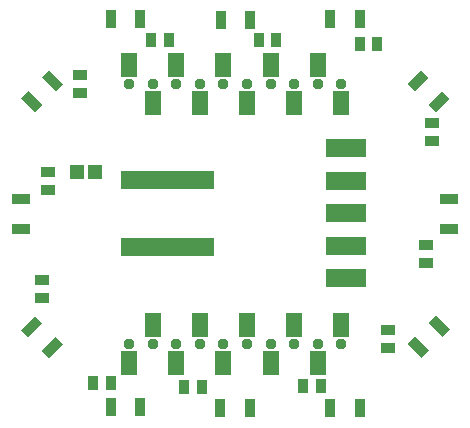
<source format=gbs>
G04 #@! TF.FileFunction,Soldermask,Bot*
%FSLAX46Y46*%
G04 Gerber Fmt 4.6, Leading zero omitted, Abs format (unit mm)*
G04 Created by KiCad (PCBNEW 4.0.7-e2-6376~58~ubuntu16.04.1) date Mon Aug  6 19:30:18 2018*
%MOMM*%
%LPD*%
G01*
G04 APERTURE LIST*
%ADD10C,0.100000*%
%ADD11R,1.400000X2.000000*%
%ADD12C,0.950000*%
%ADD13R,0.900000X1.650000*%
%ADD14R,1.650000X0.900000*%
%ADD15R,3.400000X1.650000*%
%ADD16R,0.800000X1.500000*%
%ADD17R,0.900000X1.300000*%
%ADD18R,1.300000X0.900000*%
%ADD19R,1.200000X1.150000*%
G04 APERTURE END LIST*
D10*
D11*
X147600000Y-97350000D03*
X145600000Y-94150000D03*
X143600000Y-97350000D03*
X141600000Y-94150000D03*
X139600000Y-97350000D03*
X137600000Y-94150000D03*
X135600000Y-97350000D03*
X133600000Y-94150000D03*
X131600000Y-97350000D03*
X129600000Y-94150000D03*
D12*
X147600000Y-95750000D03*
X145600000Y-95750000D03*
X143600000Y-95750000D03*
X141600000Y-95750000D03*
X139600000Y-95750000D03*
X137600000Y-95750000D03*
X135600000Y-95750000D03*
X133600000Y-95750000D03*
X131600000Y-95750000D03*
X129600000Y-95750000D03*
D13*
X130580000Y-90290000D03*
X128080000Y-90290000D03*
X139860000Y-90320000D03*
X137360000Y-90320000D03*
X149130000Y-90300000D03*
X146630000Y-90300000D03*
X146640000Y-123200000D03*
X149140000Y-123200000D03*
X128070000Y-123140000D03*
X130570000Y-123140000D03*
D10*
G36*
X156755444Y-96998718D02*
X155588718Y-98165444D01*
X154952322Y-97529048D01*
X156119048Y-96362322D01*
X156755444Y-96998718D01*
X156755444Y-96998718D01*
G37*
G36*
X154987678Y-95230952D02*
X153820952Y-96397678D01*
X153184556Y-95761282D01*
X154351282Y-94594556D01*
X154987678Y-95230952D01*
X154987678Y-95230952D01*
G37*
D14*
X156720000Y-108000000D03*
X156720000Y-105500000D03*
X120460000Y-105510000D03*
X120460000Y-108010000D03*
D13*
X137350000Y-123200000D03*
X139850000Y-123200000D03*
D10*
G36*
X120444556Y-116561282D02*
X121611282Y-115394556D01*
X122247678Y-116030952D01*
X121080952Y-117197678D01*
X120444556Y-116561282D01*
X120444556Y-116561282D01*
G37*
G36*
X122212322Y-118329048D02*
X123379048Y-117162322D01*
X124015444Y-117798718D01*
X122848718Y-118965444D01*
X122212322Y-118329048D01*
X122212322Y-118329048D01*
G37*
G36*
X154371282Y-118935444D02*
X153204556Y-117768718D01*
X153840952Y-117132322D01*
X155007678Y-118299048D01*
X154371282Y-118935444D01*
X154371282Y-118935444D01*
G37*
G36*
X156139048Y-117167678D02*
X154972322Y-116000952D01*
X155608718Y-115364556D01*
X156775444Y-116531282D01*
X156139048Y-117167678D01*
X156139048Y-117167678D01*
G37*
G36*
X122868718Y-94584556D02*
X124035444Y-95751282D01*
X123399048Y-96387678D01*
X122232322Y-95220952D01*
X122868718Y-94584556D01*
X122868718Y-94584556D01*
G37*
G36*
X121100952Y-96352322D02*
X122267678Y-97519048D01*
X121631282Y-98155444D01*
X120464556Y-96988718D01*
X121100952Y-96352322D01*
X121100952Y-96352322D01*
G37*
D11*
X147600000Y-116150000D03*
X145600000Y-119350000D03*
X143600000Y-116150000D03*
X141600000Y-119350000D03*
X139600000Y-116150000D03*
X137600000Y-119350000D03*
X135600000Y-116150000D03*
X133600000Y-119350000D03*
X131600000Y-116150000D03*
X129600000Y-119350000D03*
D12*
X147600000Y-117750000D03*
X145600000Y-117750000D03*
X143600000Y-117750000D03*
X141600000Y-117750000D03*
X139600000Y-117750000D03*
X137600000Y-117750000D03*
X135600000Y-117750000D03*
X133600000Y-117750000D03*
X131600000Y-117750000D03*
X129600000Y-117750000D03*
D15*
X148000000Y-112225000D03*
X148000000Y-109475000D03*
X148000000Y-106725000D03*
X148000000Y-103975000D03*
X148000000Y-101225000D03*
D16*
X136425000Y-109600000D03*
X135775000Y-109600000D03*
X135125000Y-109600000D03*
X134475000Y-109600000D03*
X133825000Y-109600000D03*
X133175000Y-109600000D03*
X132525000Y-109600000D03*
X131875000Y-109600000D03*
X131225000Y-109600000D03*
X130575000Y-109600000D03*
X129925000Y-109600000D03*
X129275000Y-109600000D03*
X129275000Y-103900000D03*
X129925000Y-103900000D03*
X130575000Y-103900000D03*
X131225000Y-103900000D03*
X131875000Y-103900000D03*
X132525000Y-103900000D03*
X133175000Y-103900000D03*
X133825000Y-103900000D03*
X134475000Y-103900000D03*
X135125000Y-103900000D03*
X135775000Y-103900000D03*
X136425000Y-103900000D03*
D17*
X132975000Y-92050000D03*
X131475000Y-92050000D03*
X142075000Y-92025000D03*
X140575000Y-92025000D03*
X150625000Y-92350000D03*
X149125000Y-92350000D03*
D18*
X155225000Y-100600000D03*
X155225000Y-99100000D03*
X154725000Y-110925000D03*
X154725000Y-109425000D03*
X151575000Y-118100000D03*
X151575000Y-116600000D03*
D17*
X144375000Y-121325000D03*
X145875000Y-121325000D03*
X134300000Y-121425000D03*
X135800000Y-121425000D03*
X126575000Y-121100000D03*
X128075000Y-121100000D03*
D18*
X122225000Y-112350000D03*
X122225000Y-113850000D03*
X122750000Y-103250000D03*
X122750000Y-104750000D03*
X125500000Y-95025000D03*
X125500000Y-96525000D03*
D19*
X125225000Y-103250000D03*
X126725000Y-103250000D03*
M02*

</source>
